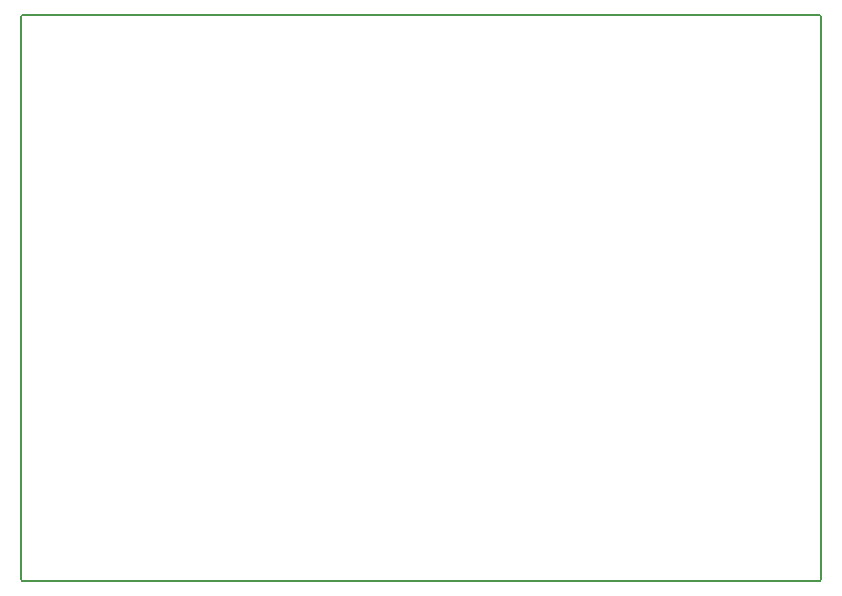
<source format=gko>
G04*
G04 #@! TF.GenerationSoftware,Altium Limited,Altium Designer,21.6.4 (81)*
G04*
G04 Layer_Color=16711935*
%FSLAX44Y44*%
%MOMM*%
G71*
G04*
G04 #@! TF.SameCoordinates,26D0E7B3-AAE4-4812-B184-49AD84F33247*
G04*
G04*
G04 #@! TF.FilePolarity,Positive*
G04*
G01*
G75*
%ADD13C,0.2000*%
D13*
X676000Y477000D02*
G03*
X675000Y478000I-1000J0D01*
G01*
X676000Y477000D02*
G03*
X675000Y478000I-1000J0D01*
G01*
X675000Y-1000D02*
G03*
X676000Y-0I0J1000D01*
G01*
X675000Y-1000D02*
G03*
X676000Y-0I0J1000D01*
G01*
X-0Y478000D02*
G03*
X-1000Y477000I0J-1000D01*
G01*
X-0Y478000D02*
G03*
X-1000Y477000I0J-1000D01*
G01*
X-1000Y0D02*
G03*
X0Y-1000I1000J0D01*
G01*
X-1000Y0D02*
G03*
X0Y-1000I1000J0D01*
G01*
X676000Y477000D02*
X676000Y-0D01*
X-0Y478000D02*
X675000Y478000D01*
X0Y-1000D02*
X675000Y-1000D01*
X-1000Y477000D02*
X-1000Y0D01*
M02*

</source>
